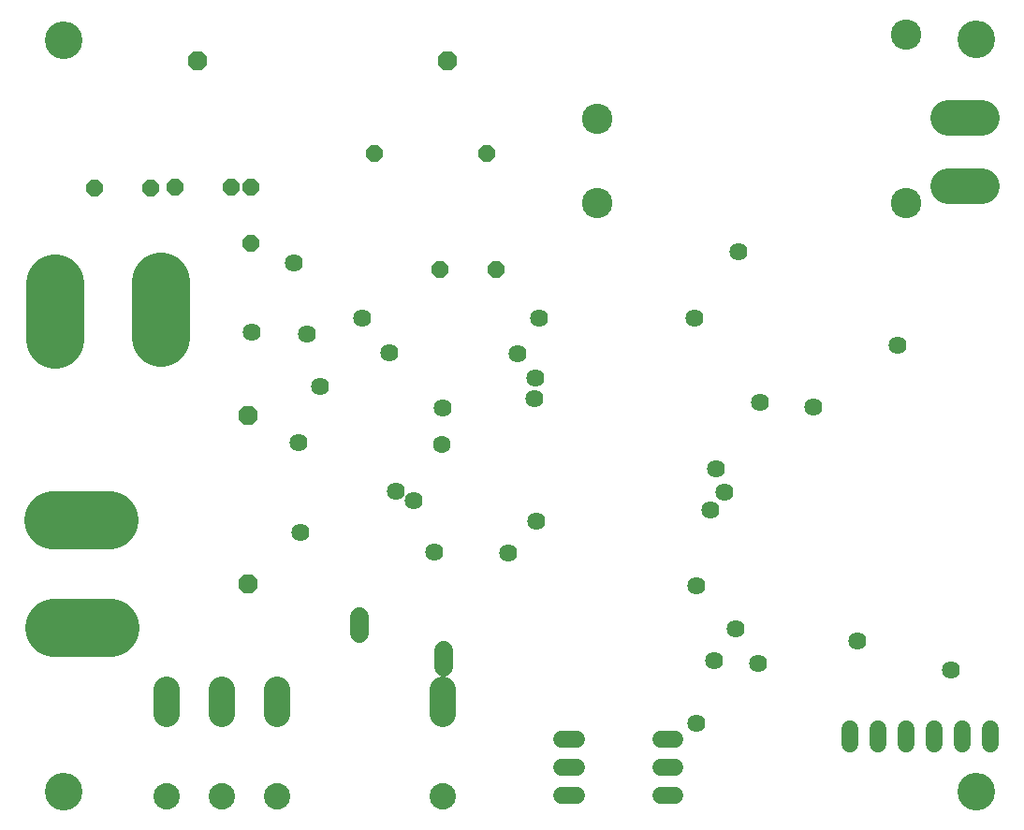
<source format=gbs>
G75*
%MOIN*%
%OFA0B0*%
%FSLAX25Y25*%
%IPPOS*%
%LPD*%
%AMOC8*
5,1,8,0,0,1.08239X$1,22.5*
%
%ADD10C,0.13398*%
%ADD11OC8,0.06800*%
%ADD12C,0.20800*%
%ADD13C,0.06000*%
%ADD14OC8,0.06000*%
%ADD15C,0.06800*%
%ADD16C,0.10800*%
%ADD17C,0.09400*%
%ADD18C,0.09400*%
%ADD19C,0.12650*%
%ADD20C,0.06400*%
%ADD21C,0.06312*%
D10*
X0071650Y0067988D03*
X0071650Y0335705D03*
X0396434Y0335803D03*
X0396453Y0067988D03*
D11*
X0137083Y0141768D03*
X0137083Y0201768D03*
X0119296Y0328382D03*
X0208296Y0328382D03*
D12*
X0106217Y0249524D02*
X0106217Y0229524D01*
X0068402Y0228972D02*
X0068402Y0248972D01*
X0067949Y0164661D02*
X0087949Y0164661D01*
X0088068Y0126079D02*
X0068068Y0126079D01*
D13*
X0248852Y0086551D02*
X0254052Y0086551D01*
X0254052Y0076551D02*
X0248852Y0076551D01*
X0248852Y0066551D02*
X0254052Y0066551D01*
X0284052Y0066551D02*
X0289252Y0066551D01*
X0289252Y0076551D02*
X0284052Y0076551D01*
X0284052Y0086551D02*
X0289252Y0086551D01*
X0351375Y0085054D02*
X0351375Y0090254D01*
X0361375Y0090254D02*
X0361375Y0085054D01*
X0371375Y0085054D02*
X0371375Y0090254D01*
X0381375Y0090254D02*
X0381375Y0085054D01*
X0391375Y0085054D02*
X0391375Y0090254D01*
X0401375Y0090254D02*
X0401375Y0085054D01*
D14*
X0225666Y0254012D03*
X0205666Y0254012D03*
X0222083Y0295350D03*
X0182083Y0295350D03*
X0138304Y0283106D03*
X0131099Y0283224D03*
X0111099Y0283224D03*
X0102438Y0282988D03*
X0082438Y0282988D03*
X0138304Y0263106D03*
D15*
X0176808Y0130354D02*
X0176808Y0124354D01*
X0206808Y0118354D02*
X0206808Y0112354D01*
D16*
X0261670Y0277555D03*
X0261670Y0307555D03*
X0371670Y0277555D03*
X0371670Y0337555D03*
D17*
X0206690Y0104226D02*
X0206690Y0095626D01*
X0147635Y0095626D02*
X0147635Y0104226D01*
X0127949Y0104226D02*
X0127949Y0095626D01*
X0108264Y0095626D02*
X0108264Y0104226D01*
D18*
X0108264Y0066098D03*
X0127949Y0066098D03*
X0147635Y0066098D03*
X0206690Y0066098D03*
D19*
X0386591Y0283441D02*
X0398441Y0283441D01*
X0398441Y0307752D02*
X0386591Y0307752D01*
D20*
X0311808Y0260114D03*
X0296060Y0236492D03*
X0319682Y0206669D03*
X0338579Y0204996D03*
X0368501Y0227043D03*
X0303934Y0182949D03*
X0306886Y0174681D03*
X0301768Y0168283D03*
X0296847Y0141217D03*
X0310725Y0126059D03*
X0303146Y0114445D03*
X0318894Y0113657D03*
X0296847Y0092398D03*
X0354327Y0121531D03*
X0387398Y0111295D03*
X0240942Y0236492D03*
X0233068Y0223894D03*
X0239367Y0215232D03*
X0239058Y0207830D03*
X0206431Y0204567D03*
X0187532Y0224140D03*
X0177949Y0236492D03*
X0158264Y0230980D03*
X0138619Y0231639D03*
X0153540Y0256177D03*
X0162989Y0212083D03*
X0155115Y0192398D03*
X0189760Y0175075D03*
X0196195Y0171492D03*
X0203622Y0153154D03*
X0229918Y0153028D03*
X0239846Y0164292D03*
X0155902Y0160114D03*
D21*
X0206207Y0191630D03*
M02*

</source>
